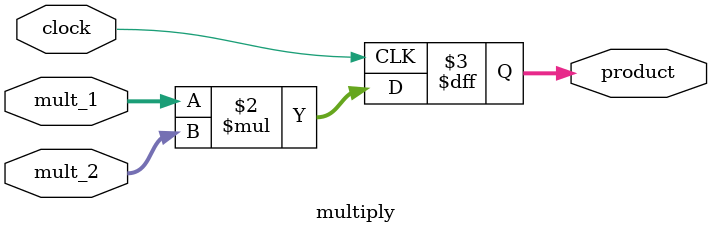
<source format=v>
module multiply (
  clock,
  mult_1,
  mult_2,
  product
);
  // parameters; widths of operands
	parameter width_1 = 10;
	parameter width_2 = 17;
	
  // define arguments. Note: output width must be at minimum
  // the sum of the two input widths
	input clock;
	input  [width_1-1:0] mult_1;
	input  [width_2-1:0] mult_2;
	output reg [(width_1 + width_2)-1:0] product;
	
  // multiply on clock edge
	always @(posedge clock) product <= (mult_1 * mult_2);
	
endmodule

</source>
